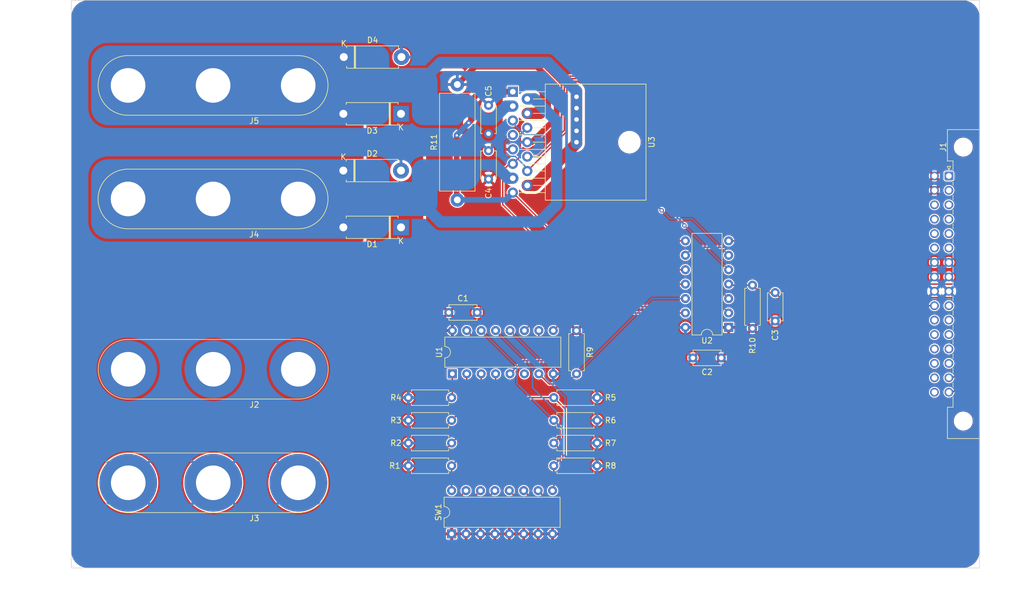
<source format=kicad_pcb>
(kicad_pcb (version 20211014) (generator pcbnew)
  (title_block (title "ATTiny84 L298 Speed controller") (date "2022-09-17") (rev "0.1") (company "Sidings Media") (comment 1 "Licence: CERN-OHL-P-2.0 or any later version"))
  (layers (0 "F.Cu" signal) (31 "B.Cu" signal) (34 "B.Paste" user) (35 "F.Paste" user) (36 "B.SilkS" user "B.Silkscreen") (37 "F.SilkS" user "F.Silkscreen") (38 "B.Mask" user) (39 "F.Mask" user) (44 "Edge.Cuts" user))
  (net 0 "")
  (net 1 "+5V")
  (net 2 "GND")
  (net 3 "/~{RESET}")
  (net 4 "Net-(C5-Pad1)")
  (net 5 "Net-(D1-Pad2)")
  (net 6 "Net-(D3-Pad2)")
  (net 7 "/I2C_SCL")
  (net 8 "/I2C_SDA")
  (net 9 "Net-(R1-Pad1)")
  (net 10 "Net-(R2-Pad1)")
  (net 11 "Net-(R3-Pad1)")
  (net 12 "Net-(R4-Pad1)")
  (net 13 "Net-(R5-Pad1)")
  (net 14 "Net-(R6-Pad1)")
  (net 15 "Net-(R7-Pad1)")
  (net 16 "Net-(R8-Pad1)")
  (net 17 "/~{MUX_INPUT_EN}")
  (net 18 "/L298_SENSE")
  (net 19 "/MUX_OUT")
  (net 21 "/MUX_S2")
  (net 22 "/MUX_S1")
  (net 23 "/MUX_S0")
  (net 24 "/L298_IN2")
  (net 25 "/L298_EN")
  (net 26 "/L298_IN1")
  (footprint "Resistor_THT:R_Axial_DIN0207_L6.3mm_D2.5mm_P7.62mm_Horizontal" (layer "F.Cu") (at 137 138)
    (fp_text reference "R7" (at 10 0) (layer "F.SilkS"))
    (fp_text value "1K")
    (pad "1" thru_hole circle (at 0 0) (size 1.6 1.6) (drill 0.8) (layers *.Cu *.Mask) (net 15 "Net-(R7-Pad1)"))
    (pad "2" thru_hole oval (at 7.62 0) (size 1.6 1.6) (drill 0.8) (layers *.Cu *.Mask) (net 2 "GND"))
  )
  (footprint "Resistor_THT:R_Axial_DIN0207_L6.3mm_D2.5mm_P7.62mm_Horizontal" (layer "F.Cu") (at 119 138 180)
    (fp_text reference "R2" (at 9.81 0) (layer "F.SilkS"))
    (fp_text value "1K")
    (pad "1" thru_hole circle (at 0 0 180) (size 1.6 1.6) (drill 0.8) (layers *.Cu *.Mask) (net 10 "Net-(R2-Pad1)"))
    (pad "2" thru_hole oval (at 7.62 0 180) (size 1.6 1.6) (drill 0.8) (layers *.Cu *.Mask) (net 2 "GND"))
  )
  (footprint "Capacitor_THT:C_Disc_D4.7mm_W2.5mm_P5.00mm" (layer "F.Cu") (at 166.5 123 180)
    (fp_text reference "C2" (at 2.5 -2.5) (layer "F.SilkS"))
    (fp_text value "0.1uF")
    (pad "1" thru_hole circle (at 0 0 180) (size 1.6 1.6) (drill 0.8) (layers *.Cu *.Mask) (net 1 "+5V"))
    (pad "2" thru_hole circle (at 5 0 180) (size 1.6 1.6) (drill 0.8) (layers *.Cu *.Mask) (net 2 "GND"))
  )
  (footprint "Resistor_THT:R_Axial_DIN0617_L17.0mm_D6.0mm_P20.32mm_Horizontal" (layer "F.Cu") (at 120 95.16 90)
    (fp_text reference "R11" (at 10.16 -4.12 90) (layer "F.SilkS"))
    (fp_text value "0.5R")
    (pad "1" thru_hole circle (at 0 0 90) (size 2.4 2.4) (drill 1.2) (layers *.Cu *.Mask) (net 18 "/L298_SENSE"))
    (pad "2" thru_hole oval (at 20.32 0 90) (size 2.4 2.4) (drill 1.2) (layers *.Cu *.Mask) (net 2 "GND"))
  )
  (footprint "Package_TO_SOT_THT:TO-220-15_P2.54x2.54mm_StaggerOdd_Lead5.84mm_TabDown" (layer "F.Cu") (at 129.78 76.105 -90)
    (fp_text reference "U3" (at 8.89 -24.46 90) (layer "F.SilkS"))
    (fp_text value "L298HN")
    (pad "" np_thru_hole oval (at 8.89 -20.54 270) (size 3.5 3.5) (drill 3.5) (layers *.Cu *.Mask))
    (pad "1" thru_hole rect (at 0 0 270) (size 1.8 1.8) (drill 1) (layers *.Cu *.Mask) (net 18 "/L298_SENSE"))
    (pad "2" thru_hole oval (at 1.27 -2.54 270) (size 1.8 1.8) (drill 1) (layers *.Cu *.Mask) (net 5 "Net-(D1-Pad2)"))
    (pad "3" thru_hole oval (at 2.54 0 270) (size 1.8 1.8) (drill 1) (layers *.Cu *.Mask) (net 6 "Net-(D3-Pad2)"))
    (pad "4" thru_hole oval (at 3.81 -2.54 270) (size 1.8 1.8) (drill 1) (layers *.Cu *.Mask) (net 4 "Net-(C5-Pad1)"))
    (pad "5" thru_hole oval (at 5.08 0 270) (size 1.8 1.8) (drill 1) (layers *.Cu *.Mask) (net 26 "/L298_IN1"))
    (pad "6" thru_hole oval (at 6.35 -2.54 270) (size 1.8 1.8) (drill 1) (layers *.Cu *.Mask) (net 25 "/L298_EN"))
    (pad "7" thru_hole oval (at 7.62 0 270) (size 1.8 1.8) (drill 1) (layers *.Cu *.Mask) (net 24 "/L298_IN2"))
    (pad "8" thru_hole oval (at 8.89 -2.54 270) (size 1.8 1.8) (drill 1) (layers *.Cu *.Mask) (net 2 "GND"))
    (pad "9" thru_hole oval (at 10.16 0 270) (size 1.8 1.8) (drill 1) (layers *.Cu *.Mask) (net 1 "+5V"))
    (pad "10" thru_hole oval (at 11.43 -2.54 270) (size 1.8 1.8) (drill 1) (layers *.Cu *.Mask) (net 26 "/L298_IN1"))
    (pad "11" thru_hole oval (at 12.7 0 270) (size 1.8 1.8) (drill 1) (layers *.Cu *.Mask) (net 25 "/L298_EN"))
    (pad "12" thru_hole oval (at 13.97 -2.54 270) (size 1.8 1.8) (drill 1) (layers *.Cu *.Mask) (net 24 "/L298_IN2"))
    (pad "13" thru_hole oval (at 15.24 0 270) (size 1.8 1.8) (drill 1) (layers *.Cu *.Mask) (net 5 "Net-(D1-Pad2)"))
    (pad "14" thru_hole oval (at 16.51 -2.54 270) (size 1.8 1.8) (drill 1) (layers *.Cu *.Mask) (net 6 "Net-(D3-Pad2)"))
    (pad "15" thru_hole oval (at 17.78 0 270) (size 1.8 1.8) (drill 1) (layers *.Cu *.Mask) (net 18 "/L298_SENSE"))
  )
  (footprint "Capacitor_THT:C_Disc_D4.7mm_W2.5mm_P5.00mm" (layer "F.Cu") (at 118.5 115)
    (fp_text reference "C1" (at 2.5 -2.5) (layer "F.SilkS"))
    (fp_text value "0.1uF")
    (pad "1" thru_hole circle (at 0 0) (size 1.6 1.6) (drill 0.8) (layers *.Cu *.Mask) (net 1 "+5V"))
    (pad "2" thru_hole circle (at 5 0) (size 1.6 1.6) (drill 0.8) (layers *.Cu *.Mask) (net 2 "GND"))
  )
  (footprint "Connector:Banana_Jack_3Pin" (layer "F.Cu") (at 92 145 180)
    (fp_text reference "J3" (at 7.75 -6.25) (layer "F.SilkS"))
    (fp_text value "Banana Socket")
    (pad "1" thru_hole circle (at 0 0 180) (size 10.16 10.16) (drill 6.1) (layers *.Cu *.Mask) (net 2 "GND"))
    (pad "2" thru_hole circle (at 14.99 0 180) (size 10.16 10.16) (drill 6.1) (layers *.Cu *.Mask) (net 2 "GND"))
    (pad "3" thru_hole circle (at 29.97 0 180) (size 10.16 10.16) (drill 6.1) (layers *.Cu *.Mask) (net 2 "GND"))
  )
  (footprint "Package_DIP:DIP-16_W7.62mm" (layer "F.Cu") (at 119.125 125.8 90)
    (fp_text reference "U1" (at 3.81 -2.33 90) (layer "F.SilkS"))
    (fp_text value "74151")
    (pad "1" thru_hole rect (at 0 0 90) (size 1.6 1.6) (drill 0.8) (layers *.Cu *.Mask) (net 12 "Net-(R4-Pad1)"))
    (pad "2" thru_hole oval (at 0 2.54 90) (size 1.6 1.6) (drill 0.8) (layers *.Cu *.Mask) (net 11 "Net-(R3-Pad1)"))
    (pad "3" thru_hole oval (at 0 5.08 90) (size 1.6 1.6) (drill 0.8) (layers *.Cu *.Mask) (net 10 "Net-(R2-Pad1)"))
    (pad "4" thru_hole oval (at 0 7.62 90) (size 1.6 1.6) (drill 0.8) (layers *.Cu *.Mask) (net 9 "Net-(R1-Pad1)"))
    (pad "5" thru_hole oval (at 0 10.16 90) (size 1.6 1.6) (drill 0.8) (layers *.Cu *.Mask) (net 19 "/MUX_OUT"))
    (pad "6" thru_hole oval (at 0 12.7 90) (size 1.6 1.6) (drill 0.8) (layers *.Cu *.Mask))
    (pad "7" thru_hole oval (at 0 15.24 90) (size 1.6 1.6) (drill 0.8) (layers *.Cu *.Mask) (net 17 "/~{MUX_INPUT_EN}"))
    (pad "8" thru_hole oval (at 0 17.78 90) (size 1.6 1.6) (drill 0.8) (layers *.Cu *.Mask) (net 2 "GND"))
    (pad "9" thru_hole oval (at 7.62 17.78 90) (size 1.6 1.6) (drill 0.8) (layers *.Cu *.Mask) (net 21 "/MUX_S2"))
    (pad "10" thru_hole oval (at 7.62 15.24 90) (size 1.6 1.6) (drill 0.8) (layers *.Cu *.Mask) (net 22 "/MUX_S1"))
    (pad "11" thru_hole oval (at 7.62 12.7 90) (size 1.6 1.6) (drill 0.8) (layers *.Cu *.Mask) (net 23 "/MUX_S0"))
    (pad "12" thru_hole oval (at 7.62 10.16 90) (size 1.6 1.6) (drill 0.8) (layers *.Cu *.Mask) (net 16 "Net-(R8-Pad1)"))
    (pad "13" thru_hole oval (at 7.62 7.62 90) (size 1.6 1.6) (drill 0.8) (layers *.Cu *.Mask) (net 15 "Net-(R7-Pad1)"))
    (pad "14" thru_hole oval (at 7.62 5.08 90) (size 1.6 1.6) (drill 0.8) (layers *.Cu *.Mask) (net 14 "Net-(R6-Pad1)"))
    (pad "15" thru_hole oval (at 7.62 2.54 90) (size 1.6 1.6) (drill 0.8) (layers *.Cu *.Mask) (net 13 "Net-(R5-Pad1)"))
    (pad "16" thru_hole oval (at 7.62 0 90) (size 1.6 1.6) (drill 0.8) (layers *.Cu *.Mask) (net 1 "+5V"))
  )
  (footprint "Diode_THT:D_5W_P10.16mm_Horizontal" (layer "F.Cu") (at 110.08 100 180)
    (fp_text reference "D1" (at 5.08 -2.97) (layer "F.SilkS"))
    (fp_text value "D")
    (fp_text user "K" (at 0 -2.4) (layer "F.SilkS"))
    (pad "1" thru_hole rect (at 0 0 180) (size 2.8 2.8) (drill 1.4) (layers *.Cu *.Mask) (net 4 "Net-(C5-Pad1)"))
    (pad "2" thru_hole oval (at 10.16 0 180) (size 2.8 2.8) (drill 1.4) (layers *.Cu *.Mask) (net 5 "Net-(D1-Pad2)"))
  )
  (footprint "Resistor_THT:R_Axial_DIN0207_L6.3mm_D2.5mm_P7.62mm_Horizontal" (layer "F.Cu") (at 137 142)
    (fp_text reference "R8" (at 10 0) (layer "F.SilkS"))
    (fp_text value "1K")
    (pad "1" thru_hole circle (at 0 0) (size 1.6 1.6) (drill 0.8) (layers *.Cu *.Mask) (net 16 "Net-(R8-Pad1)"))
    (pad "2" thru_hole oval (at 7.62 0) (size 1.6 1.6) (drill 0.8) (layers *.Cu *.Mask) (net 2 "GND"))
  )
  (footprint "Resistor_THT:R_Axial_DIN0207_L6.3mm_D2.5mm_P7.62mm_Horizontal" (layer "F.Cu") (at 137 134)
    (fp_text reference "R6" (at 10 0) (layer "F.SilkS"))
    (fp_text value "1K")
    (pad "1" thru_hole circle (at 0 0) (size 1.6 1.6) (drill 0.8) (layers *.Cu *.Mask) (net 14 "Net-(R6-Pad1)"))
    (pad "2" thru_hole oval (at 7.62 0) (size 1.6 1.6) (drill 0.8) (layers *.Cu *.Mask) (net 2 "GND"))
  )
  (footprint "Resistor_THT:R_Axial_DIN0207_L6.3mm_D2.5mm_P7.62mm_Horizontal" (layer "F.Cu") (at 119 130 180)
    (fp_text reference "R4" (at 9.81 0) (layer "F.SilkS"))
    (fp_text value "1K")
    (pad "1" thru_hole circle (at 0 0 180) (size 1.6 1.6) (drill 0.8) (layers *.Cu *.Mask) (net 12 "Net-(R4-Pad1)"))
    (pad "2" thru_hole oval (at 7.62 0 180) (size 1.6 1.6) (drill 0.8) (layers *.Cu *.Mask) (net 2 "GND"))
  )
  (footprint "Capacitor_THT:C_Disc_D4.7mm_W2.5mm_P5.00mm" (layer "F.Cu") (at 176 111.5 -90)
    (fp_text reference "C3" (at 7.5 0 90) (layer "F.SilkS"))
    (fp_text value "0.1uF")
    (pad "1" thru_hole circle (at 0 0 270) (size 1.6 1.6) (drill 0.8) (layers *.Cu *.Mask) (net 3 "/~{RESET}"))
    (pad "2" thru_hole circle (at 5 0 270) (size 1.6 1.6) (drill 0.8) (layers *.Cu *.Mask) (net 2 "GND"))
  )
  (footprint "Connector:Banana_Jack_3Pin" (layer "F.Cu") (at 91.97 75 180)
    (fp_text reference "J5" (at 7.75 -6.25) (layer "F.SilkS"))
    (fp_text value "Banana Socket")
    (pad "1" thru_hole circle (at 0 0 180) (size 10.16 10.16) (drill 6.1) (layers *.Cu *.Mask) (net 6 "Net-(D3-Pad2)"))
    (pad "2" thru_hole circle (at 14.99 0 180) (size 10.16 10.16) (drill 6.1) (layers *.Cu *.Mask) (net 6 "Net-(D3-Pad2)"))
    (pad "3" thru_hole circle (at 29.97 0 180) (size 10.16 10.16) (drill 6.1) (layers *.Cu *.Mask) (net 6 "Net-(D3-Pad2)"))
  )
  (footprint "Connector:Banana_Jack_3Pin" (layer "F.Cu") (at 92 125 180)
    (fp_text reference "J2" (at 7.75 -6.25) (layer "F.SilkS"))
    (fp_text value "Banana Socket")
    (pad "1" thru_hole circle (at 0 0 180) (size 10.16 10.16) (drill 6.1) (layers *.Cu *.Mask) (net 4 "Net-(C5-Pad1)"))
    (pad "2" thru_hole circle (at 14.99 0 180) (size 10.16 10.16) (drill 6.1) (layers *.Cu *.Mask) (net 4 "Net-(C5-Pad1)"))
    (pad "3" thru_hole circle (at 29.97 0 180) (size 10.16 10.16) (drill 6.1) (layers *.Cu *.Mask) (net 4 "Net-(C5-Pad1)"))
  )
  (footprint "Connector:Banana_Jack_3Pin" (layer "F.Cu") (at 91.97 95 180)
    (fp_text reference "J4" (at 7.75 -6.25) (layer "F.SilkS"))
    (fp_text value "Banana Socket")
    (pad "1" thru_hole circle (at 0 0 180) (size 10.16 10.16) (drill 6.1) (layers *.Cu *.Mask) (net 5 "Net-(D1-Pad2)"))
    (pad "2" thru_hole circle (at 14.99 0 180) (size 10.16 10.16) (drill 6.1) (layers *.Cu *.Mask) (net 5 "Net-(D1-Pad2)"))
    (pad "3" thru_hole circle (at 29.97 0 180) (size 10.16 10.16) (drill 6.1) (layers *.Cu *.Mask) (net 5 "Net-(D1-Pad2)"))
  )
  (footprint "Resistor_THT:R_Axial_DIN0207_L6.3mm_D2.5mm_P7.62mm_Horizontal" (layer "F.Cu") (at 119 134 180)
    (fp_text reference "R3" (at 9.81 0) (layer "F.SilkS"))
    (fp_text value "1K")
    (pad "1" thru_hole circle (at 0 0 180) (size 1.6 1.6) (drill 0.8) (layers *.Cu *.Mask) (net 11 "Net-(R3-Pad1)"))
    (pad "2" thru_hole oval (at 7.62 0 180) (size 1.6 1.6) (drill 0.8) (layers *.Cu *.Mask) (net 2 "GND"))
  )
  (footprint "Package_DIP:DIP-14_W7.62mm" (layer "F.Cu") (at 167.8 117.625 180)
    (fp_text reference "U2" (at 3.81 -2.33) (layer "F.SilkS"))
    (fp_text value "ATtiny84A-P")
    (pad "1" thru_hole rect (at 0 0 180) (size 1.6 1.6) (drill 0.8) (layers *.Cu *.Mask) (net 1 "+5V"))
    (pad "2" thru_hole oval (at 0 2.54 180) (size 1.6 1.6) (drill 0.8) (layers *.Cu *.Mask) (net 22 "/MUX_S1"))
    (pad "3" thru_hole oval (at 0 5.08 180) (size 1.6 1.6) (drill 0.8) (layers *.Cu *.Mask) (net 21 "/MUX_S2"))
    (pad "4" thru_hole oval (at 0 7.62 180) (size 1.6 1.6) (drill 0.8) (layers *.Cu *.Mask) (net 3 "/~{RESET}"))
    (pad "5" thru_hole oval (at 0 10.16 180) (size 1.6 1.6) (drill 0.8) (layers *.Cu *.Mask) (net 26 "/L298_IN1"))
    (pad "6" thru_hole oval (at 0 12.7 180) (size 1.6 1.6) (drill 0.8) (layers *.Cu *.Mask) (net 24 "/L298_IN2"))
    (pad "7" thru_hole oval (at 0 15.24 180) (size 1.6 1.6) (drill 0.8) (layers *.Cu *.Mask) (net 8 "/I2C_SDA"))
    (pad "8" thru_hole oval (at 7.62 15.24 180) (size 1.6 1.6) (drill 0.8) (layers *.Cu *.Mask) (net 18 "/L298_SENSE"))
    (pad "9" thru_hole oval (at 7.62 12.7 180) (size 1.6 1.6) (drill 0.8) (layers *.Cu *.Mask) (net 7 "/I2C_SCL"))
    (pad "10" thru_hole oval (at 7.62 10.16 180) (size 1.6 1.6) (drill 0.8) (layers *.Cu *.Mask) (net 25 "/L298_EN"))
    (pad "11" thru_hole oval (at 7.62 7.62 180) (size 1.6 1.6) (drill 0.8) (layers *.Cu *.Mask) (net 23 "/MUX_S0"))
    (pad "12" thru_hole oval (at 7.62 5.08 180) (size 1.6 1.6) (drill 0.8) (layers *.Cu *.Mask) (net 17 "/~{MUX_INPUT_EN}"))
    (pad "13" thru_hole oval (at 7.62 2.54 180) (size 1.6 1.6) (drill 0.8) (layers *.Cu *.Mask) (net 19 "/MUX_OUT"))
    (pad "14" thru_hole oval (at 7.62 0 180) (size 1.6 1.6) (drill 0.8) (layers *.Cu *.Mask) (net 2 "GND"))
  )
  (footprint "Diode_THT:D_5W_P10.16mm_Horizontal" (layer "F.Cu") (at 100 70)
    (fp_text reference "D4" (at 5.08 -2.97) (layer "F.SilkS"))
    (fp_text value "D")
    (fp_text user "K" (at 0 -2.4) (layer "F.SilkS"))
    (pad "1" thru_hole rect (at 0 0) (size 2.8 2.8) (drill 1.4) (layers *.Cu *.Mask) (net 6 "Net-(D3-Pad2)"))
    (pad "2" thru_hole oval (at 10.16 0) (size 2.8 2.8) (drill 1.4) (layers *.Cu *.Mask) (net 2 "GND"))
  )
  (footprint "Diode_THT:D_5W_P10.16mm_Horizontal" (layer "F.Cu") (at 99.92 90)
    (fp_text reference "D2" (at 5.08 -2.97) (layer "F.SilkS"))
    (fp_text value "D")
    (fp_text user "K" (at 0 -2.4) (layer "F.SilkS"))
    (pad "1" thru_hole rect (at 0 0) (size 2.8 2.8) (drill 1.4) (layers *.Cu *.Mask) (net 5 "Net-(D1-Pad2)"))
    (pad "2" thru_hole oval (at 10.16 0) (size 2.8 2.8) (drill 1.4) (layers *.Cu *.Mask) (net 2 "GND"))
  )
  (footprint "Diode_THT:D_5W_P10.16mm_Horizontal" (layer "F.Cu") (at 110.08 80 180)
    (fp_text reference "D3" (at 5.08 -2.97) (layer "F.SilkS"))
    (fp_text value "D")
    (fp_text user "K" (at 0 -2.4) (layer "F.SilkS"))
    (pad "1" thru_hole rect (at 0 0 180) (size 2.8 2.8) (drill 1.4) (layers *.Cu *.Mask) (net 4 "Net-(C5-Pad1)"))
    (pad "2" thru_hole oval (at 10.16 0 180) (size 2.8 2.8) (drill 1.4) (layers *.Cu *.Mask) (net 6 "Net-(D3-Pad2)"))
  )
  (footprint "Capacitor_THT:C_Disc_D4.7mm_W2.5mm_P5.00mm" (layer "F.Cu") (at 125.5 91.5 90)
    (fp_text reference "C4" (at -2.5 0 90) (layer "F.SilkS"))
    (fp_text value "0.1uF")
    (pad "1" thru_hole circle (at 0 0 90) (size 1.6 1.6) (drill 0.8) (layers *.Cu *.Mask) (net 1 "+5V"))
    (pad "2" thru_hole circle (at 5 0 90) (size 1.6 1.6) (drill 0.8) (layers *.Cu *.Mask) (net 2 "GND"))
  )
  (footprint "Resistor_THT:R_Axial_DIN0207_L6.3mm_D2.5mm_P7.62mm_Horizontal" (layer "F.Cu") (at 137 130)
    (fp_text reference "R5" (at 10 0) (layer "F.SilkS"))
    (fp_text value "1K")
    (pad "1" thru_hole circle (at 0 0) (size 1.6 1.6) (drill 0.8) (layers *.Cu *.Mask) (net 13 "Net-(R5-Pad1)"))
    (pad "2" thru_hole oval (at 7.62 0) (size 1.6 1.6) (drill 0.8) (layers *.Cu *.Mask) (net 2 "GND"))
  )
  (footprint "Package_DIP:DIP-16_W7.62mm" (layer "F.Cu") (at 119 154 90)
    (fp_text reference "SW1" (at 3.81 -2.33 90) (layer "F.SilkS"))
    (fp_text value "SW_DIP_x08")
    (pad "1" thru_hole rect (at 0 0 90) (size 1.6 1.6) (drill 0.8) (layers *.Cu *.Mask) (net 1 "+5V"))
    (pad "2" thru_hole oval (at 0 2.54 90) (size 1.6 1.6) (drill 0.8) (layers *.Cu *.Mask) (net 1 "+5V"))
    (pad "3" thru_hole oval (at 0 5.08 90) (size 1.6 1.6) (drill 0.8) (layers *.Cu *.Mask) (net 1 "+5V"))
    (pad "4" thru_hole oval (at 0 7.62 90) (size 1.6 1.6) (drill 0.8) (layers *.Cu *.Mask) (net 1 "+5V"))
    (pad "5" thru_hole oval (at 0 10.16 90) (size 1.6 1.6) (drill 0.8) (layers *.Cu *.Mask) (net 1 "+5V"))
    (pad "6" thru_hole oval (at 0 12.7 90) (size 1.6 1.6) (drill 0.8) (layers *.Cu *.Mask) (net 1 "+5V"))
    (pad "7" thru_hole oval (at 0 15.24 90) (size 1.6 1.6) (drill 0.8) (layers *.Cu *.Mask) (net 1 "+5V"))
    (pad "8" thru_hole oval (at 0 17.78 90) (size 1.6 1.6) (drill 0.8) (layers *.Cu *.Mask) (net 1 "+5V"))
    (pad "9" thru_hole oval (at 7.62 17.78 90) (size 1.6 1.6) (drill 0.8) (layers *.Cu *.Mask) (net 16 "Net-(R8-Pad1)"))
    (pad "10" thru_hole oval (at 7.62 15.24 90) (size 1.6 1.6) (drill 0.8) (layers *.Cu *.Mask) (net 15 "Net-(R7-Pad1)"))
    (pad "11" thru_hole oval (at 7.62 12.7 90) (size 1.6 1.6) (drill 0.8) (layers *.Cu *.Mask) (net 14 "Net-(R6-Pad1)"))
    (pad "12" thru_hole oval (at 7.62 10.16 90) (size 1.6 1.6) (drill 0.8) (layers *.Cu *.Mask) (net 13 "Net-(R5-Pad1)"))
    (pad "13" thru_hole oval (at 7.62 7.62 90) (size 1.6 1.6) (drill 0.8) (layers *.Cu *.Mask) (net 12 "Net-(R4-Pad1)"))
    (pad "14" thru_hole oval (at 7.62 5.08 90) (size 1.6 1.6) (drill 0.8) (layers *.Cu *.Mask) (net 11 "Net-(R3-Pad1)"))
    (pad "15" thru_hole oval (at 7.62 2.54 90) (size 1.6 1.6) (drill 0.8) (layers *.Cu *.Mask) (net 10 "Net-(R2-Pad1)"))
    (pad "16" thru_hole oval (at 7.62 0 90) (size 1.6 1.6) (drill 0.8) (layers *.Cu *.Mask) (net 9 "Net-(R1-Pad1)"))
  )
  (footprint "Resistor_THT:R_Axial_DIN0207_L6.3mm_D2.5mm_P7.62mm_Horizontal" (layer "F.Cu") (at 141 118.19 -90)
    (fp_text reference "R9" (at 3.81 -2.37 90) (layer "F.SilkS"))
    (fp_text value "1K")
    (pad "1" thru_hole circle (at 0 0 270) (size 1.6 1.6) (drill 0.8) (layers *.Cu *.Mask) (net 1 "+5V"))
    (pad "2" thru_hole oval (at 7.62 0 270) (size 1.6 1.6) (drill 0.8) (layers *.Cu *.Mask) (net 17 "/~{MUX_INPUT_EN}"))
  )
  (footprint "Connector_DIN:DIN41612_B2_2x16_Male_Horizontal_THT" (layer "F.Cu") (at 206.595 90.945 -90)
    (fp_text reference "J1" (at -5.08 1 90) (layer "F.SilkS"))
    (fp_text value "DIN41612_02x16_AB")
    (pad "" np_thru_hole circle locked (at -5.08 -2.54 270) (size 2.85 2.85) (drill 2.85) (layers *.Cu *.Mask))
    (pad "" np_thru_hole circle locked (at 43.18 -2.54 270) (size 2.85 2.85) (drill 2.85) (layers *.Cu *.Mask))
    (pad "a1" thru_hole roundrect locked (at 0 0 270) (size 1.55 1.55) (drill 1) (layers *.Cu *.Mask) (roundrect_rratio 0.16129))
    (pad "a2" thru_hole circle locked (at 2.54 0 270) (size 1.55 1.55) (drill 1) (layers *.Cu *.Mask))
    (pad "a3" thru_hole circle locked (at 5.08 0 270) (size 1.55 1.55) (drill 1) (layers *.Cu *.Mask))
    (pad "a4" thru_hole circle locked (at 7.62 0 270) (size 1.55 1.55) (drill 1) (layers *.Cu *.Mask))
    (pad "a5" thru_hole circle locked (at 10.16 0 270) (size 1.55 1.55) (drill 1) (layers *.Cu *.Mask))
    (pad "a6" thru_hole circle locked (at 12.7 0 270) (size 1.55 1.55) (drill 1) (layers *.Cu *.Mask))
    (pad "a7" thru_hole circle locked (at 15.24 0 270) (size 1.55 1.55) (drill 1) (layers *.Cu *.Mask) (net 2 "GND"))
    (pad "a8" thru_hole circle locked (at 17.78 0 270) (size 1.55 1.55) (drill 1) (layers *.Cu *.Mask) (net 2 "GND"))
    (pad "a9" thru_hole circle locked (at 20.32 0 270) (size 1.55 1.55) (drill 1) (layers *.Cu *.Mask) (net 2 "GND"))
    (pad "a10" thru_hole circle locked (at 22.86 0 270) (size 1.55 1.55) (drill 1) (layers *.Cu *.Mask))
    (pad "a11" thru_hole circle locked (at 25.4 0 270) (size 1.55 1.55) (drill 1) (layers *.Cu *.Mask))
    (pad "a12" thru_hole circle locked (at 27.94 0 270) (size 1.55 1.55) (drill 1) (layers *.Cu *.Mask))
    (pad "a13" thru_hole circle locked (at 30.48 0 270) (size 1.55 1.55) (drill 1) (layers *.Cu *.Mask))
    (pad "a14" thru_hole circle locked (at 33.02 0 270) (size 1.55 1.55) (drill 1) (layers *.Cu *.Mask))
    (pad "a15" thru_hole circle locked (at 35.56 0 270) (size 1.55 1.55) (drill 1) (layers *.Cu *.Mask) (net 7 "/I2C_SCL"))
    (pad "a16" thru_hole circle locked (at 38.1 0 270) (size 1.55 1.55) (drill 1) (layers *.Cu *.Mask) (net 8 "/I2C_SDA"))
    (pad "b1" thru_hole circle locked (at 0 2.54 270) (size 1.55 1.55) (drill 1) (layers *.Cu *.Mask) (net 1 "+5V"))
    (pad "b2" thru_hole circle locked (at 2.54 2.54 270) (size 1.55 1.55) (drill 1) (layers *.Cu *.Mask) (net 1 "+5V"))
    (pad "b3" thru_hole circle locked (at 5.08 2.54 270) (size 1.55 1.55) (drill 1) (layers *.Cu *.Mask))
    (pad "b4" thru_hole circle locked (at 7.62 2.54 270) (size 1.55 1.55) (drill 1) (layers *.Cu *.Mask))
    (pad "b5" thru_hole circle locked (at 10.16 2.54 270) (size 1.55 1.55) (drill 1) (layers *.Cu *.Mask))
    (pad "b6" thru_hole circle locked (at 12.7 2.54 270) (size 1.55 1.55) (drill 1) (layers *.Cu *.Mask))
    (pad "b7" thru_hole circle locked (at 15.24 2.54 270) (size 1.55 1.55) (drill 1) (layers *.Cu *.Mask) (net 2 "GND"))
    (pad "b8" thru_hole circle locked (at 17.78 2.54 270) (size 1.55 1.55) (drill 1) (layers *.Cu *.Mask) (net 2 "GND"))
    (pad "b9" thru_hole circle locked (at 20.32 2.54 270) (size 1.55 1.55) (drill 1) (layers *.Cu *.Mask) (net 2 "GND"))
    (pad "b10" thru_hole circle locked (at 22.86 2.54 270) (size 1.55 1.55) (drill 1) (layers *.Cu *.Mask) (net 3 "/~{RESET}"))
    (pad "b11" thru_hole circle locked (at 25.4 2.54 270) (size 1.55 1.55) (drill 1) (layers *.Cu *.Mask))
    (pad "b12" thru_hole circle locked (at 27.94 2.54 270) (size 1.55 1.55) (drill 1) (layers *.Cu *.Mask))
    (pad "b13" thru_hole circle locked (at 30.48 2.54 270) (size 1.55 1.55) (drill 1) (layers *.Cu *.Mask))
    (pad "b14" thru_hole circle locked (at 33.02 2.54 270) (size 1.55 1.55) (drill 1) (layers *.Cu *.Mask))
    (pad "b15" thru_hole circle locked (at 35.56 2.54 270) (size 1.55 1.55) (drill 1) (layers *.Cu *.Mask))
    (pad "b16" thru_hole circle locked (at 38.1 2.54 270) (size 1.55 1.55) (drill 1) (layers *.Cu *.Mask))
  )
  (footprint "Resistor_THT:R_Axial_DIN0207_L6.3mm_D2.5mm_P7.62mm_Horizontal" (layer "F.Cu") (at 172 117.81 90)
    (fp_text reference "R10" (at -3 0 90) (layer "F.SilkS"))
    (fp_text value "4.7K")
    (pad "1" thru_hole circle (at 0 0 90) (size 1.6 1.6) (drill 0.8) (layers *.Cu *.Mask) (net 1 "+5V"))
    (pad "2" thru_hole oval (at 7.62 0 90) (size 1.6 1.6) (drill 0.8) (layers *.Cu *.Mask) (net 3 "/~{RESET}"))
  )
  (footprint "Capacitor_THT:C_Disc_D4.7mm_W2.5mm_P5.00mm" (layer "F.Cu") (at 125.5 83.5 90)
    (fp_text reference "C5" (at 7.5 0 90) (layer "F.SilkS"))
    (fp_text value "0.1uF")
    (pad "1" thru_hole circle (at 0 0 90) (size 1.6 1.6) (drill 0.8) (layers *.Cu *.Mask) (net 4 "Net-(C5-Pad1)"))
    (pad "2" thru_hole circle (at 5 0 90) (size 1.6 1.6) (drill 0.8) (layers *.Cu *.Mask) (net 2 "GND"))
  )
  (footprint "Resistor_THT:R_Axial_DIN0207_L6.3mm_D2.5mm_P7.62mm_Horizontal" (layer "F.Cu") (at 119 142 180)
    (fp_text reference "R1" (at 10 0) (layer "F.SilkS"))
    (fp_text value "1K")
    (pad "1" thru_hole circle (at 0 0 180) (size 1.6 1.6) (drill 0.8) (layers *.Cu *.Mask) (net 9 "Net-(R1-Pad1)"))
    (pad "2" thru_hole oval (at 7.62 0 180) (size 1.6 1.6) (drill 0.8) (layers *.Cu *.Mask) (net 2 "GND"))
  )
  (gr_rect locked (start 212 160) (end 52 60) (layer "Edge.Cuts") (width 0.1) (fill none))
  (segment (start 120 74.84) (end 123.135 71.705) (width 1) (layer "F.Cu") (net 2))
  (segment (start 123.135 71.705) (end 134.033427 71.705) (width 1) (layer "F.Cu") (net 2))
  (segment (start 134.033427 71.705) (end 137.5 75.171573) (width 1) (layer "F.Cu") (net 2))
  (segment (start 133.105 84.995) (end 132.32 84.995) (width 1) (layer "F.Cu") (net 2))
  (segment (start 137.5 80.6) (end 133.105 84.995) (width 1) (layer "F.Cu") (net 2))
  (segment (start 137.5 75.171573) (end 137.5 80.6) (width 1) (layer "F.Cu") (net 2))
  (segment (start 167.985 110.19) (end 167.8 110.005) (width 0.25) (layer "F.Cu") (net 3))
  (segment (start 176 111.5) (end 173.31 111.5) (width 0.25) (layer "F.Cu") (net 3))
  (segment (start 204.755 113.805) (end 178.305 113.805) (width 0.25) (layer "F.Cu") (net 3))
  (segment (start 173.31 111.5) (end 172 110.19) (width 0.25) (layer "F.Cu") (net 3))
  (segment (start 178.305 113.805) (end 176 111.5) (width 0.25) (layer "F.Cu") (net 3))
  (segment (start 172 110.19) (end 167.985 110.19) (width 0.25) (layer "F.Cu") (net 3))
  (segment (start 135.5 76) (end 133.205 73.705) (width 2) (layer "F.Cu") (net 4))
  (segment (start 134.585 79.915) (end 135.5 79) (width 2) (layer "F.Cu") (net 4))
  (segment (start 135.5 79) (end 135.5 76) (width 2) (layer "F.Cu") (net 4))
  (segment (start 133.205 73.705) (end 125.3 73.705) (width 2) (layer "F.Cu") (net 4))
  (segment (start 132.32 79.915) (end 134.585 79.915) (width 2) (layer "F.Cu") (net 4))
  (segment (start 126.580887 89) (end 122 89) (width 2) (layer "B.Cu") (net 5))
  (segment (start 128.925887 91.345) (end 126.580887 89) (width 2) (layer "B.Cu") (net 5))
  (segment (start 122 89) (end 120.5 90.5) (width 2) (layer "B.Cu") (net 5))
  (segment (start 137.5 81.282208) (end 137.5 96) (width 2) (layer "B.Cu") (net 5))
  (segment (start 129.78 91.345) (end 128.925887 91.345) (width 2) (layer "B.Cu") (net 5))
  (segment (start 132.32 77.375) (end 133.592792 77.375) (width 2) (layer "B.Cu") (net 5))
  (segment (start 133.592792 77.375) (end 137.5 81.282208) (width 2) (layer "B.Cu") (net 5))
  (segment (start 137.5 96) (end 134.463733 99.036267) (width 2) (layer "B.Cu") (net 5))
  (segment (start 117.036267 99.036267) (end 114.5 96.5) (width 2) (layer "B.Cu") (net 5))
  (segment (start 134.463733 99.036267) (end 117.036267 99.036267) (width 2) (layer "B.Cu") (net 5))
  (segment (start 132.32 92.615) (end 133.592792 92.615) (width 2) (layer "F.Cu") (net 6))
  (segment (start 141 85.207792) (end 141 76) (width 2) (layer "F.Cu") (net 6))
  (segment (start 133.592792 92.615) (end 141 85.207792) (width 2) (layer "F.Cu") (net 6))
  (via (at 141 79) (size 1.5) (drill 0.8) (layers "F.Cu" "B.Cu") (net 6))
  (via (at 141 77) (size 1.5) (drill 0.8) (layers "F.Cu" "B.Cu") (net 6))
  (via (at 141 83) (size 1.5) (drill 0.8) (layers "F.Cu" "B.Cu") (net 6))
  (via (at 141 85) (size 1.5) (drill 0.8) (layers "F.Cu" "B.Cu") (net 6))
  (via (at 141 81) (size 1.5) (drill 0.8) (layers "F.Cu" "B.Cu") (net 6))
  (segment (start 140.979294 85.196625) (end 140.979294 75.988833) (width 2) (layer "B.Cu") (net 6))
  (segment (start 126.252692 81) (end 124.747308 81) (width 2) (layer "B.Cu") (net 6))
  (segment (start 123.247308 79.5) (end 121.5 79.5) (width 2) (layer "B.Cu") (net 6))
  (segment (start 124.747308 81) (end 123.247308 79.5) (width 2) (layer "B.Cu") (net 6))
  (segment (start 129.78 78.645) (end 128.607692 78.645) (width 2) (layer "B.Cu") (net 6))
  (segment (start 128.607692 78.645) (end 126.252692 81) (width 2) (layer "B.Cu") (net 6))
  (segment (start 117.036267 70.963733) (end 111.5 76.5) (width 2) (layer "B.Cu") (net 6))
  (segment (start 141 76) (end 135.963733 70.963733) (width 2) (layer "B.Cu") (net 6))
  (segment (start 135.963733 70.963733) (end 117.036267 70.963733) (width 2) (layer "B.Cu") (net 6))
  (segment (start 207.915 112.365) (end 186.728604 112.365) (width 0.25) (layer "F.Cu") (net 7))
  (segment (start 209.55 114) (end 207.915 112.365) (width 0.25) (layer "F.Cu") (net 7))
  (segment (start 209.55 124.25) (end 209.55 114) (width 0.25) (layer "F.Cu") (net 7))
  (segment (start 207.295 126.505) (end 209.55 124.25) (width 0.25) (layer "F.Cu") (net 7))
  (segment (start 161.595 103.51) (end 160.18 104.925) (width 0.25) (layer "F.Cu") (net 7))
  (segment (start 186.728604 112.365) (end 177.873604 103.51) (width 0.25) (layer "F.Cu") (net 7))
  (segment (start 177.873604 103.51) (end 161.595 103.51) (width 0.25) (layer "F.Cu") (net 7))
  (segment (start 208.556444 109.995) (end 184.995 109.995) (width 0.25) (layer "F.Cu") (net 8))
  (segment (start 177.385 102.385) (end 167.8 102.385) (width 0.25) (layer "F.Cu") (net 8))
  (segment (start 210 126.34) (end 210 111.438556) (width 0.25) (layer "F.Cu") (net 8))
  (segment (start 184.995 109.995) (end 177.385 102.385) (width 0.25) (layer "F.Cu") (net 8))
  (segment (start 210 111.438556) (end 208.556444 109.995) (width 0.25) (layer "F.Cu") (net 8))
  (segment (start 207.295 129.045) (end 210 126.34) (width 0.25) (layer "F.Cu") (net 8))
  (segment (start 119 142) (end 119 146.38) (width 0.25) (layer "F.Cu") (net 9))
  (segment (start 126.745 134.255) (end 119 142) (width 0.25) (layer "F.Cu") (net 9))
  (segment (start 126.745 125.8) (end 126.745 134.255) (width 0.25) (layer "F.Cu") (net 9))
  (segment (start 120.415 147.505) (end 121.54 146.38) (width 0.25) (layer "F.Cu") (net 10))
  (segment (start 118.505 147.505) (end 120.415 147.505) (width 0.25) (layer "F.Cu") (net 10))
  (segment (start 117.875 146.875) (end 118.505 147.505) (width 0.25) (layer "F.Cu") (net 10))
  (segment (start 117.875 139.125) (end 117.875 146.875) (width 0.25) (layer "F.Cu") (net 10))
  (segment (start 119 138) (end 117.875 139.125) (width 0.25) (layer "F.Cu") (net 10))
  (segment (start 124.205 132.795) (end 119 138) (width 0.25) (layer "F.Cu") (net 10))
  (segment (start 124.205 125.8) (end 124.205 132.795) (width 0.25) (layer "F.Cu") (net 10))
  (segment (start 121.665 125.8) (end 121.665 131.335) (width 0.25) (layer "F.Cu") (net 11))
  (segment (start 122.505 147.955) (end 124.08 146.38) (width 0.25) (layer "F.Cu") (net 11))
  (segment (start 117.425 147.425) (end 117.955 147.955) (width 0.25) (layer "F.Cu") (net 11))
  (segment (start 117.425 135.575) (end 117.425 147.425) (width 0.25) (layer "F.Cu") (net 11))
  (segment (start 117.955 147.955) (end 122.505 147.955) (width 0.25) (layer "F.Cu") (net 11))
  (segment (start 119 134) (end 117.425 135.575) (width 0.25) (layer "F.Cu") (net 11))
  (segment (start 121.665 131.335) (end 119 134) (width 0.25) (layer "F.Cu") (net 11))
  (segment (start 116.975 132.025) (end 116.975 147.611396) (width 0.25) (layer "F.Cu") (net 12))
  (segment (start 117.768604 148.405) (end 124.595 148.405) (width 0.25) (layer "F.Cu") (net 12))
  (segment (start 116.975 147.611396) (end 117.768604 148.405) (width 0.25) (layer "F.Cu") (net 12))
  (segment (start 119 130) (end 116.975 132.025) (width 0.25) (layer "F.Cu") (net 12))
  (segment (start 119.125 129.875) (end 119 130) (width 0.25) (layer "F.Cu") (net 12))
  (segment (start 124.595 148.405) (end 126.62 146.38) (width 0.25) (layer "F.Cu") (net 12))
  (segment (start 119.125 125.8) (end 119.125 129.875) (width 0.25) (layer "F.Cu") (net 12))
  (segment (start 137 130) (end 139.025 132.025) (width 0.25) (layer "F.Cu") (net 13))
  (segment (start 121.665 118.18) (end 127.896801 124.411801) (width 0.25) (layer "F.Cu") (net 13))
  (segment (start 139.025 147.475) (end 138 148.5) (width 0.25) (layer "F.Cu") (net 13))
  (segment (start 127.896801 126.896801) (end 131 130) (width 0.25) (layer "F.Cu") (net 13))
  (segment (start 127.896801 124.411801) (end 127.896801 126.896801) (width 0.25) (layer "F.Cu") (net 13))
  (segment (start 139.025 132.025) (end 139.025 147.475) (width 0.25) (layer "F.Cu") (net 13))
  (segment (start 138 148.5) (end 131.28 148.5) (width 0.25) (layer "F.Cu") (net 13))
  (segment (start 131 130) (end 137 130) (width 0.25) (layer "F.Cu") (net 13))
  (segment (start 131.28 148.5) (end 129.16 146.38) (width 0.25) (layer "F.Cu") (net 13))
  (segment (start 138.575 135.575) (end 138.575 147.061396) (width 0.25) (layer "F.Cu") (net 14))
  (segment (start 137.681396 147.955) (end 133.275 147.955) (width 0.25) (layer "F.Cu") (net 14))
  (segment (start 133.275 147.955) (end 131.7 146.38) (width 0.25) (layer "F.Cu") (net 14))
  (segment (start 137 134) (end 138.575 135.575) (width 0.25) (layer "F.Cu") (net 14))
  (segment (start 138.575 147.061396) (end 137.681396 147.955) (width 0.25) (layer "F.Cu") (net 14))
  (segment (start 124.205 118.18) (end 130.5 124.475) (width 0.25) (layer "B.Cu") (net 14))
  (segment (start 130.5 127.5) (end 137 134) (width 0.25) (layer "B.Cu") (net 14))
  (segment (start 130.5 124.475) (end 130.5 127.5) (width 0.25) (layer "B.Cu") (net 14))
  (segment (start 135.365 147.505) (end 134.24 146.38) (width 0.25) (layer "F.Cu") (net 15))
  (segment (start 137 138) (end 138.125 139.125) (width 0.25) (layer "F.Cu") (net 15))
  (segment (start 138.125 146.875) (end 137.495 147.505) (width 0.25) (layer "F.Cu") (net 15))
  (segment (start 138.125 139.125) (end 138.125 146.875) (width 0.25) (layer "F.Cu") (net 15))
  (segment (start 137.495 147.505) (end 135.365 147.505) (width 0.25) (layer "F.Cu") (net 15))
  (segment (start 126.745 118.18) (end 133.24 124.675) (width 0.25) (layer "B.Cu") (net 15))
  (segment (start 133.24 128.24) (end 138.5 133.5) (width 0.25) (layer "B.Cu") (net 15))
  (segment (start 133.24 124.675) (end 133.24 128.24) (width 0.25) (layer "B.Cu") (net 15))
  (segment (start 138.5 133.5) (end 138.5 136.5) (width 0.25) (layer "B.Cu") (net 15))
  (segment (start 138.5 136.5) (end 137 138) (width 0.25) (layer "B.Cu") (net 15))
  (segment (start 137 146.16) (end 136.78 146.38) (width 0.25) (layer "F.Cu") (net 16))
  (segment (start 137 142) (end 137 146.16) (width 0.25) (layer "F.Cu") (net 16))
  (segment (start 139 130) (end 139 140) (width 0.25) (layer "B.Cu") (net 16))
  (segment (start 129.285 118.18) (end 135.5 124.395) (width 0.25) (layer "B.Cu") (net 16))
  (segment (start 139 140) (end 137 142) (width 0.25) (layer "B.Cu") (net 16))
  (segment (start 135.5 126.5) (end 139 130) (width 0.25) (layer "B.Cu") (net 16))
  (segment (start 135.5 124.395) (end 135.5 126.5) (width 0.25) (layer "B.Cu") (net 16))
  (segment (start 136.165 127.6) (end 134.365 125.8) (width 0.25) (layer "F.Cu") (net 17))
  (segment (start 141 125.81) (end 139.21 127.6) (width 0.25) (layer "F.Cu") (net 17))
  (segment (start 139.21 127.6) (end 136.165 127.6) (width 0.25) (layer "F.Cu") (net 17))
  (segment (start 160.18 112.545) (end 154.265 112.545) (width 0.25) (layer "B.Cu") (net 17))
  (segment (start 154.265 112.545) (end 141 125.81) (width 0.25) (layer "B.Cu") (net 17))
  (segment (start 122.4 81.2) (end 122.4 77.7) (width 1) (layer "F.Cu") (net 18))
  (segment (start 138.28 102.385) (end 129.78 93.885) (width 0.25) (layer "F.Cu") (net 18))
  (segment (start 122 81.6) (end 122.4 81.2) (width 1) (layer "F.Cu") (net 18))
  (segment (start 160.18 102.385) (end 138.28 102.385) (width 0.25) (layer "F.Cu") (net 18))
  (segment (start 122.4 77.7) (end 123.995 76.105) (width 1) (layer "F.Cu") (net 18))
  (segment (start 119.9 95.06) (end 120 95.16) (width 1) (layer "F.Cu") (net 18))
  (segment (start 123.995 76.105) (end 129.78 76.105) (width 1) (layer "F.Cu") (net 18))
  (segment (start 119.9 83.8) (end 119.9 95.06) (width 1) (layer "F.Cu") (net 18))
  (via (at 122 81.6) (size 0.8) (drill 0.4) (layers "F.Cu" "B.Cu") (net 18))
  (via (at 119.9 83.8) (size 0.8) (drill 0.4) (layers "F.Cu" "B.Cu") (net 18))
  (segment (start 119.9 83.7) (end 122 81.6) (width 1) (layer "B.Cu") (net 18))
  (segment (start 119.9 83.8) (end 119.9 83.7) (width 1) (layer "B.Cu") (net 18))
  (segment (start 129.78 93.885) (end 128.505 95.16) (width 1) (layer "B.Cu") (net 18))
  (segment (start 128.505 95.16) (end 120 95.16) (width 1) (layer "B.Cu") (net 18))
  (segment (start 140 123.5) (end 131.585 123.5) (width 0.25) (layer "F.Cu") (net 19))
  (segment (start 160.18 115.085) (end 148.415 115.085) (width 0.25) (layer "F.Cu") (net 19))
  (segment (start 131.585 123.5) (end 129.285 125.8) (width 0.25) (layer "F.Cu") (net 19))
  (segment (start 148.415 115.085) (end 140 123.5) (width 0.25) (layer "F.Cu") (net 19))
  (segment (start 166.675 111.42) (end 143.665 111.42) (width 0.25) (layer "F.Cu") (net 21))
  (segment (start 143.665 111.42) (end 136.905 118.18) (width 0.25) (layer "F.Cu") (net 21))
  (segment (start 167.8 112.545) (end 166.675 111.42) (width 0.25) (layer "F.Cu") (net 21))
  (segment (start 167.8 115.085) (end 166.675 113.96) (width 0.25) (layer "F.Cu") (net 22))
  (segment (start 138.610698 119.389302) (end 138 120) (width 0.25) (layer "F.Cu") (net 22))
  (segment (start 135 120) (end 134.365 119.365) (width 0.25) (layer "F.Cu") (net 22))
  (segment (start 134.365 119.365) (end 134.365 118.18) (width 0.25) (layer "F.Cu") (net 22))
  (segment (start 142.54 113.96) (end 138.610698 117.889302) (width 0.25) (layer "F.Cu") (net 22))
  (segment (start 138 120) (end 135 120) (width 0.25) (layer "F.Cu") (net 22))
  (segment (start 166.675 113.96) (end 142.54 113.96) (width 0.25) (layer "F.Cu") (net 22))
  (segment (start 138.610698 117.889302) (end 138.610698 119.389302) (width 0.25) (layer "F.Cu") (net 22))
  (segment (start 160.18 110.005) (end 160.175 110) (width 0.25) (layer "F.Cu") (net 23))
  (segment (start 160.175 110) (end 140.005 110) (width 0.25) (layer "F.Cu") (net 23))
  (segment (start 140.005 110) (end 131.825 118.18) (width 0.25) (layer "F.Cu") (net 23))
  (segment (start 143.163604 73.8) (end 140 73.8) (width 0.25) (layer "F.Cu") (net 24))
  (segment (start 140 73.8) (end 139.3 74.5) (width 0.25) (layer "F.Cu") (net 24))
  (segment (start 139.3 74.5) (end 139.3 83.095) (width 0.25) (layer "F.Cu") (net 24))
  (segment (start 139.3 83.095) (end 132.32 90.075) (width 0.25) (layer "F.Cu") (net 24))
  (segment (start 144 74.636396) (end 143.163604 73.8) (width 0.25) (layer "F.Cu") (net 24))
  (segment (start 156 97) (end 144 85) (width 0.25) (layer "F.Cu") (net 24))
  (segment (start 144 85) (end 144 74.636396) (width 0.25) (layer "F.Cu") (net 24))
  (via (at 156 97) (size 0.8) (drill 0.4) (layers "F.Cu" "B.Cu") (net 24))
  (segment (start 132.32 89.612588) (end 130.197412 87.49) (width 0.25) (layer "B.Cu") (net 24))
  (segment (start 132.32 90.075) (end 132.32 89.612588) (width 0.25) (layer "B.Cu") (net 24))
  (segment (start 167.8 104.925) (end 161.375 98.5) (width 0.25) (layer "B.Cu") (net 24))
  (segment (start 128.5 86.717412) (end 128.5 85.005) (width 0.25) (layer "B.Cu") (net 24))
  (segment (start 129.272588 87.49) (end 128.5 86.717412) (width 0.25) (layer "B.Cu") (net 24))
  (segment (start 157.5 98.5) (end 156 97) (width 0.25) (layer "B.Cu") (net 24))
  (segment (start 161.375 98.5) (end 157.5 98.5) (width 0.25) (layer "B.Cu") (net 24))
  (segment (start 128.5 85.005) (end 129.78 83.725) (width 0.25) (layer "B.Cu") (net 24))
  (segment (start 130.197412 87.49) (end 129.272588 87.49) (width 0.25) (layer "B.Cu") (net 24))
  (segment (start 129.195 88.805) (end 129.78 88.805) (width 0.25) (layer "F.Cu") (net 25))
  (segment (start 131.095 83.68) (end 131.095 87.49) (width 0.25) (layer "F.Cu") (net 25))
  (segment (start 132.32 82.455) (end 131.095 83.68) (width 0.25) (layer "F.Cu") (net 25))
  (segment (start 128 90) (end 129.195 88.805) (width 0.25) (layer "F.Cu") (net 25))
  (segment (start 131.095 87.49) (end 129.78 88.805) (width 0.25) (layer "F.Cu") (net 25))
  (segment (start 160.18 107.465) (end 139.465 107.465) (width 0.25) (layer "F.Cu") (net 25))
  (segment (start 128 96) (end 128 90) (width 0.25) (layer "F.Cu") (net 25))
  (segment (start 139.465 107.465) (end 128 96) (width 0.25) (layer "F.Cu") (net 25))
  (segment (start 139.813604 73.35) (end 138.85 74.313604) (width 0.25) (layer "F.Cu") (net 26))
  (segment (start 144.5 84) (end 144.5 74.5) (width 0.25) (layer "F.Cu") (net 26))
  (segment (start 138.85 82.908604) (end 134.223604 87.535) (width 0.25) (layer "F.Cu") (net 26))
  (segment (start 160 99.5) (end 144.5 84) (width 0.25) (layer "F.Cu") (net 26))
  (segment (start 144.5 74.5) (end 143.35 73.35) (width 0.25) (layer "F.Cu") (net 26))
  (segment (start 143.35 73.35) (end 139.813604 73.35) (width 0.25) (layer "F.Cu") (net 26))
  (segment (start 138.85 74.313604) (end 138.85 82.908604) (width 0.25) (layer "F.Cu") (net 26))
  (segment (start 160 99.665) (end 160 99.5) (width 0.25) (layer "F.Cu") (net 26))
  (segment (start 134.223604 87.535) (end 132.32 87.535) (width 0.25) (layer "F.Cu") (net 26))
  (via (at 160 99.665) (size 0.8) (drill 0.4) (layers "F.Cu" "B.Cu") (net 26))
  (segment (start 134.88 83.68) (end 135.6 84.4) (width 0.25) (layer "B.Cu") (net 26))
  (segment (start 167.8 107.465) (end 160 99.665) (width 0.25) (layer "B.Cu") (net 26))
  (segment (start 129.78 81.647412) (end 131.812588 83.68) (width 0.25) (layer "B.Cu") (net 26))
  (segment (start 135.6 84.4) (end 135.6 86) (width 0.25) (layer "B.Cu") (net 26))
  (segment (start 134.065 87.535) (end 132.32 87.535) (width 0.25) (layer "B.Cu") (net 26))
  (segment (start 129.78 81.185) (end 129.78 81.647412) (width 0.25) (layer "B.Cu") (net 26))
  (segment (start 135.6 86) (end 134.065 87.535) (width 0.25) (layer "B.Cu") (net 26))
  (segment (start 131.812588 83.68) (end 134.88 83.68) (width 0.25) (layer "B.Cu") (net 26))
  (zone (net 4) (net_name "Net-(C5-Pad1)") (layer "F.Cu") (priority 2) (connect_pads yes (clearance 0)) (min_thickness 0.254) (fill yes (thermal_gap 0.508) (thermal_bridge_width 0.508) (smoothing fillet) (radius 3))
    (polygon (pts (xy 128 85) (xy 114 85) (xy 114 106.5) (xy 98 123.5) (xy 98 132) (xy 55.5 132) (xy 55.5 118) (xy 89 118) (xy 104 102.5) (xy 104 72.5) (xy 108 72.5) (xy 128 72.5)))
  )
  (zone (net 1) (net_name "+5V") (layer "F.Cu") (priority 1) (connect_pads (clearance 0)) (min_thickness 0.254) (fill yes (thermal_gap 0.508) (thermal_bridge_width 0.508) (smoothing fillet) (radius 3))
    (polygon (pts (xy 212 160) (xy 52 160) (xy 52 60) (xy 212 60)))
  )
  (zone (net 5) (net_name "Net-(D1-Pad2)") (layer "B.Cu") (priority 1) (connect_pads yes (clearance 0)) (min_thickness 0.254) (fill yes (thermal_gap 0.508) (thermal_bridge_width 0.508) (smoothing fillet) (radius 3))
    (polygon (pts (xy 108 92) (xy 112 92) (xy 112 88) (xy 124 88) (xy 124 93.5) (xy 116.5 93.5) (xy 116.5 98) (xy 108 98) (xy 108 102) (xy 55.5 102) (xy 55.5 88) (xy 108 88)))
  )
  (zone (net 6) (net_name "Net-(D3-Pad2)") (layer "B.Cu") (priority 1) (connect_pads yes (clearance 0)) (min_thickness 0.254) (fill yes (thermal_gap 0.508) (thermal_bridge_width 0.508) (smoothing fillet) (radius 3))
    (polygon (pts (xy 108 78) (xy 112 78) (xy 112 82) (xy 124 82) (xy 124 76.5) (xy 116.5 76.5) (xy 116.5 72) (xy 108 72) (xy 108 68) (xy 55.5 68) (xy 55.5 82) (xy 108 82)))
  )
  (zone (net 2) (net_name "GND") (layer "B.Cu") (connect_pads (clearance 0)) (min_thickness 0.254) (fill yes (thermal_gap 0.508) (thermal_bridge_width 0.508) (smoothing fillet) (radius 3))
    (polygon (pts (xy 212 160) (xy 52 160) (xy 52 60) (xy 212 60)))
  )
)
</source>
